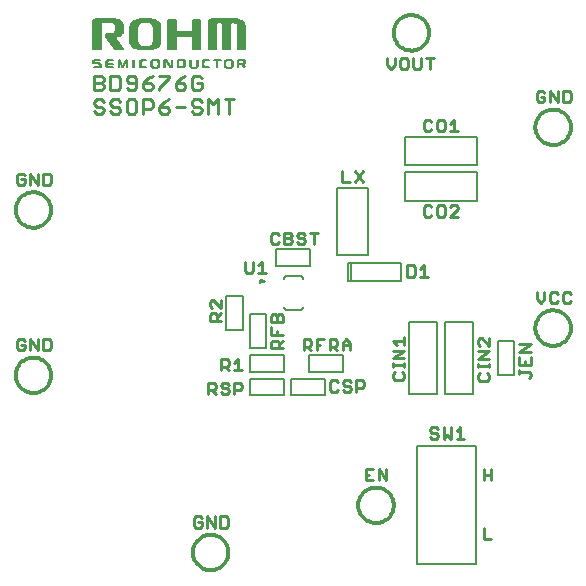
<source format=gto>
G75*
G70*
%OFA0B0*%
%FSLAX24Y24*%
%IPPOS*%
%LPD*%
%AMOC8*
5,1,8,0,0,1.08239X$1,22.5*
%
%ADD10C,0.0110*%
%ADD11C,0.0090*%
%ADD12C,0.0079*%
%ADD13C,0.0118*%
%ADD14C,0.0059*%
D10*
X003285Y015803D02*
X003205Y015883D01*
X003285Y015803D02*
X003445Y015803D01*
X003525Y015883D01*
X003525Y015963D01*
X003445Y016044D01*
X003285Y016044D01*
X003205Y016124D01*
X003205Y016204D01*
X003285Y016284D01*
X003445Y016284D01*
X003525Y016204D01*
X003748Y016204D02*
X003748Y016124D01*
X003829Y016044D01*
X003989Y016044D01*
X004069Y015963D01*
X004069Y015883D01*
X003989Y015803D01*
X003829Y015803D01*
X003748Y015883D01*
X003748Y016204D02*
X003829Y016284D01*
X003989Y016284D01*
X004069Y016204D01*
X004292Y016204D02*
X004292Y015883D01*
X004372Y015803D01*
X004533Y015803D01*
X004613Y015883D01*
X004613Y016204D01*
X004533Y016284D01*
X004372Y016284D01*
X004292Y016204D01*
X004372Y016590D02*
X004533Y016590D01*
X004613Y016671D01*
X004613Y016991D01*
X004533Y017071D01*
X004372Y017071D01*
X004292Y016991D01*
X004292Y016911D01*
X004372Y016831D01*
X004613Y016831D01*
X004836Y016831D02*
X004836Y016671D01*
X004916Y016590D01*
X005076Y016590D01*
X005156Y016671D01*
X005156Y016751D01*
X005076Y016831D01*
X004836Y016831D01*
X004996Y016991D01*
X005156Y017071D01*
X005380Y017071D02*
X005700Y017071D01*
X005700Y016991D01*
X005380Y016671D01*
X005380Y016590D01*
X005540Y016204D02*
X005380Y016044D01*
X005620Y016044D01*
X005700Y015963D01*
X005700Y015883D01*
X005620Y015803D01*
X005460Y015803D01*
X005380Y015883D01*
X005380Y016044D01*
X005156Y016044D02*
X005156Y016204D01*
X005076Y016284D01*
X004836Y016284D01*
X004836Y015803D01*
X004836Y015963D02*
X005076Y015963D01*
X005156Y016044D01*
X005540Y016204D02*
X005700Y016284D01*
X005923Y016044D02*
X006244Y016044D01*
X006467Y016124D02*
X006467Y016204D01*
X006547Y016284D01*
X006708Y016284D01*
X006788Y016204D01*
X006708Y016044D02*
X006547Y016044D01*
X006467Y016124D01*
X006467Y015883D02*
X006547Y015803D01*
X006708Y015803D01*
X006788Y015883D01*
X006788Y015963D01*
X006708Y016044D01*
X007011Y016284D02*
X007011Y015803D01*
X007331Y015803D02*
X007331Y016284D01*
X007171Y016124D01*
X007011Y016284D01*
X006708Y016590D02*
X006788Y016671D01*
X006788Y016831D01*
X006627Y016831D01*
X006467Y016991D02*
X006467Y016671D01*
X006547Y016590D01*
X006708Y016590D01*
X006788Y016991D02*
X006708Y017071D01*
X006547Y017071D01*
X006467Y016991D01*
X006244Y017071D02*
X006084Y016991D01*
X005923Y016831D01*
X006164Y016831D01*
X006244Y016751D01*
X006244Y016671D01*
X006164Y016590D01*
X006003Y016590D01*
X005923Y016671D01*
X005923Y016831D01*
X004372Y016590D02*
X004292Y016671D01*
X004069Y016671D02*
X004069Y016991D01*
X003989Y017071D01*
X003748Y017071D01*
X003748Y016590D01*
X003989Y016590D01*
X004069Y016671D01*
X003525Y016671D02*
X003445Y016590D01*
X003205Y016590D01*
X003205Y017071D01*
X003445Y017071D01*
X003525Y016991D01*
X003525Y016911D01*
X003445Y016831D01*
X003205Y016831D01*
X003445Y016831D02*
X003525Y016751D01*
X003525Y016671D01*
X007555Y016284D02*
X007875Y016284D01*
X007715Y016284D02*
X007715Y015803D01*
D11*
X006541Y002077D02*
X006605Y002014D01*
X006732Y002014D01*
X006796Y002077D01*
X006796Y002205D01*
X006669Y002205D01*
X006796Y002332D02*
X006732Y002396D01*
X006605Y002396D01*
X006541Y002332D01*
X006541Y002077D01*
X006976Y002014D02*
X006976Y002396D01*
X007231Y002014D01*
X007231Y002396D01*
X007411Y002396D02*
X007411Y002014D01*
X007602Y002014D01*
X007666Y002077D01*
X007666Y002332D01*
X007602Y002396D01*
X007411Y002396D01*
X007506Y006462D02*
X007443Y006526D01*
X007506Y006462D02*
X007634Y006462D01*
X007698Y006526D01*
X007698Y006590D01*
X007634Y006654D01*
X007506Y006654D01*
X007443Y006717D01*
X007443Y006781D01*
X007506Y006845D01*
X007634Y006845D01*
X007698Y006781D01*
X007878Y006845D02*
X008069Y006845D01*
X008133Y006781D01*
X008133Y006654D01*
X008069Y006590D01*
X007878Y006590D01*
X007878Y006462D02*
X007878Y006845D01*
X007878Y007250D02*
X008133Y007250D01*
X008005Y007250D02*
X008005Y007632D01*
X007878Y007505D01*
X007698Y007569D02*
X007698Y007441D01*
X007634Y007377D01*
X007443Y007377D01*
X007443Y007250D02*
X007443Y007632D01*
X007634Y007632D01*
X007698Y007569D01*
X007570Y007377D02*
X007698Y007250D01*
X007263Y006781D02*
X007263Y006654D01*
X007199Y006590D01*
X007008Y006590D01*
X007135Y006590D02*
X007263Y006462D01*
X007008Y006462D02*
X007008Y006845D01*
X007199Y006845D01*
X007263Y006781D01*
X009100Y007992D02*
X009100Y008183D01*
X009164Y008247D01*
X009291Y008247D01*
X009355Y008183D01*
X009355Y007992D01*
X009355Y008119D02*
X009483Y008247D01*
X009483Y008427D02*
X009100Y008427D01*
X009100Y008682D01*
X009100Y008862D02*
X009100Y009053D01*
X009164Y009117D01*
X009227Y009117D01*
X009291Y009053D01*
X009291Y008862D01*
X009100Y008862D02*
X009483Y008862D01*
X009483Y009053D01*
X009419Y009117D01*
X009355Y009117D01*
X009291Y009053D01*
X009291Y008554D02*
X009291Y008427D01*
X009483Y007992D02*
X009100Y007992D01*
X010183Y008047D02*
X010374Y008047D01*
X010438Y008110D01*
X010438Y008238D01*
X010374Y008302D01*
X010183Y008302D01*
X010183Y007919D01*
X010310Y008047D02*
X010438Y007919D01*
X010618Y007919D02*
X010618Y008302D01*
X010873Y008302D01*
X011053Y008302D02*
X011053Y007919D01*
X011053Y008047D02*
X011244Y008047D01*
X011308Y008110D01*
X011308Y008238D01*
X011244Y008302D01*
X011053Y008302D01*
X011180Y008047D02*
X011308Y007919D01*
X011488Y007919D02*
X011488Y008174D01*
X011615Y008302D01*
X011743Y008174D01*
X011743Y007919D01*
X011743Y008110D02*
X011488Y008110D01*
X010745Y008110D02*
X010618Y008110D01*
X011132Y006924D02*
X011069Y006860D01*
X011069Y006605D01*
X011132Y006541D01*
X011260Y006541D01*
X011324Y006605D01*
X011504Y006605D02*
X011567Y006541D01*
X011695Y006541D01*
X011759Y006605D01*
X011759Y006669D01*
X011695Y006732D01*
X011567Y006732D01*
X011504Y006796D01*
X011504Y006860D01*
X011567Y006924D01*
X011695Y006924D01*
X011759Y006860D01*
X011939Y006924D02*
X011939Y006541D01*
X011939Y006669D02*
X012130Y006669D01*
X012194Y006732D01*
X012194Y006860D01*
X012130Y006924D01*
X011939Y006924D01*
X011324Y006860D02*
X011260Y006924D01*
X011132Y006924D01*
X013155Y006999D02*
X013219Y006935D01*
X013474Y006935D01*
X013538Y006999D01*
X013538Y007126D01*
X013474Y007190D01*
X013538Y007370D02*
X013538Y007497D01*
X013538Y007434D02*
X013155Y007434D01*
X013155Y007497D02*
X013155Y007370D01*
X013219Y007190D02*
X013155Y007126D01*
X013155Y006999D01*
X013155Y007660D02*
X013538Y007915D01*
X013155Y007915D01*
X013283Y008095D02*
X013155Y008222D01*
X013538Y008222D01*
X013538Y008095D02*
X013538Y008350D01*
X013538Y007660D02*
X013155Y007660D01*
X014479Y005349D02*
X014415Y005285D01*
X014415Y005221D01*
X014479Y005158D01*
X014606Y005158D01*
X014670Y005094D01*
X014670Y005030D01*
X014606Y004966D01*
X014479Y004966D01*
X014415Y005030D01*
X014479Y005349D02*
X014606Y005349D01*
X014670Y005285D01*
X014850Y005349D02*
X014850Y004966D01*
X014978Y005094D01*
X015105Y004966D01*
X015105Y005349D01*
X015285Y005221D02*
X015413Y005349D01*
X015413Y004966D01*
X015540Y004966D02*
X015285Y004966D01*
X016187Y003971D02*
X016187Y003588D01*
X016187Y003780D02*
X016442Y003780D01*
X016442Y003971D02*
X016442Y003588D01*
X016187Y002003D02*
X016187Y001620D01*
X016442Y001620D01*
X012940Y003588D02*
X012940Y003971D01*
X012685Y003971D02*
X012685Y003588D01*
X012505Y003588D02*
X012250Y003588D01*
X012250Y003971D01*
X012505Y003971D01*
X012685Y003971D02*
X012940Y003588D01*
X012377Y003780D02*
X012250Y003780D01*
X015990Y006978D02*
X016053Y006915D01*
X016309Y006915D01*
X016372Y006978D01*
X016372Y007106D01*
X016309Y007170D01*
X016372Y007350D02*
X016372Y007477D01*
X016372Y007413D02*
X015990Y007413D01*
X015990Y007350D02*
X015990Y007477D01*
X015990Y007640D02*
X016372Y007895D01*
X015990Y007895D01*
X016053Y008075D02*
X015990Y008138D01*
X015990Y008266D01*
X016053Y008330D01*
X016117Y008330D01*
X016372Y008075D01*
X016372Y008330D01*
X016372Y007640D02*
X015990Y007640D01*
X016053Y007170D02*
X015990Y007106D01*
X015990Y006978D01*
X017368Y007135D02*
X017368Y007263D01*
X017368Y007199D02*
X017686Y007199D01*
X017750Y007135D01*
X017750Y007071D01*
X017686Y007008D01*
X017750Y007443D02*
X017368Y007443D01*
X017368Y007698D01*
X017368Y007878D02*
X017750Y008133D01*
X017368Y008133D01*
X017368Y007878D02*
X017750Y007878D01*
X017750Y007698D02*
X017750Y007443D01*
X017559Y007443D02*
X017559Y007570D01*
X018086Y009494D02*
X017958Y009621D01*
X017958Y009877D01*
X018214Y009877D02*
X018214Y009621D01*
X018086Y009494D01*
X018393Y009558D02*
X018393Y009813D01*
X018457Y009877D01*
X018585Y009877D01*
X018649Y009813D01*
X018828Y009813D02*
X018828Y009558D01*
X018892Y009494D01*
X019020Y009494D01*
X019084Y009558D01*
X019084Y009813D02*
X019020Y009877D01*
X018892Y009877D01*
X018828Y009813D01*
X018649Y009558D02*
X018585Y009494D01*
X018457Y009494D01*
X018393Y009558D01*
X015318Y012368D02*
X015063Y012368D01*
X015318Y012623D01*
X015318Y012687D01*
X015254Y012751D01*
X015126Y012751D01*
X015063Y012687D01*
X014883Y012687D02*
X014819Y012751D01*
X014691Y012751D01*
X014628Y012687D01*
X014628Y012432D01*
X014691Y012368D01*
X014819Y012368D01*
X014883Y012432D01*
X014883Y012687D01*
X014448Y012687D02*
X014384Y012751D01*
X014256Y012751D01*
X014193Y012687D01*
X014193Y012432D01*
X014256Y012368D01*
X014384Y012368D01*
X014448Y012432D01*
X014190Y010762D02*
X014190Y010380D01*
X014063Y010380D02*
X014318Y010380D01*
X014063Y010635D02*
X014190Y010762D01*
X013883Y010699D02*
X013883Y010443D01*
X013819Y010380D01*
X013628Y010380D01*
X013628Y010762D01*
X013819Y010762D01*
X013883Y010699D01*
X012152Y013529D02*
X011897Y013912D01*
X012152Y013912D02*
X011897Y013529D01*
X011717Y013529D02*
X011462Y013529D01*
X011462Y013912D01*
X010660Y011845D02*
X010405Y011845D01*
X010533Y011845D02*
X010533Y011462D01*
X010225Y011526D02*
X010161Y011462D01*
X010034Y011462D01*
X009970Y011526D01*
X010034Y011654D02*
X010161Y011654D01*
X010225Y011590D01*
X010225Y011526D01*
X010034Y011654D02*
X009970Y011717D01*
X009970Y011781D01*
X010034Y011845D01*
X010161Y011845D01*
X010225Y011781D01*
X009790Y011781D02*
X009790Y011717D01*
X009726Y011654D01*
X009535Y011654D01*
X009535Y011845D02*
X009726Y011845D01*
X009790Y011781D01*
X009726Y011654D02*
X009790Y011590D01*
X009790Y011526D01*
X009726Y011462D01*
X009535Y011462D01*
X009535Y011845D01*
X009355Y011781D02*
X009291Y011845D01*
X009164Y011845D01*
X009100Y011781D01*
X009100Y011526D01*
X009164Y011462D01*
X009291Y011462D01*
X009355Y011526D01*
X008793Y010881D02*
X008793Y010498D01*
X008920Y010498D02*
X008665Y010498D01*
X008485Y010562D02*
X008421Y010498D01*
X008294Y010498D01*
X008230Y010562D01*
X008230Y010881D01*
X008485Y010881D02*
X008485Y010562D01*
X008665Y010753D02*
X008793Y010881D01*
X007435Y009593D02*
X007435Y009338D01*
X007180Y009593D01*
X007116Y009593D01*
X007053Y009530D01*
X007053Y009402D01*
X007116Y009338D01*
X007116Y009158D02*
X007244Y009158D01*
X007308Y009095D01*
X007308Y008903D01*
X007435Y008903D02*
X007053Y008903D01*
X007053Y009095D01*
X007116Y009158D01*
X007308Y009031D02*
X007435Y009158D01*
X001761Y008238D02*
X001761Y007983D01*
X001697Y007919D01*
X001506Y007919D01*
X001506Y008302D01*
X001697Y008302D01*
X001761Y008238D01*
X001326Y008302D02*
X001326Y007919D01*
X001071Y008302D01*
X001071Y007919D01*
X000891Y007983D02*
X000891Y008110D01*
X000763Y008110D01*
X000636Y007983D02*
X000636Y008238D01*
X000699Y008302D01*
X000827Y008302D01*
X000891Y008238D01*
X000891Y007983D02*
X000827Y007919D01*
X000699Y007919D01*
X000636Y007983D01*
X000699Y013431D02*
X000827Y013431D01*
X000891Y013495D01*
X000891Y013622D01*
X000763Y013622D01*
X000636Y013495D02*
X000699Y013431D01*
X000636Y013495D02*
X000636Y013750D01*
X000699Y013814D01*
X000827Y013814D01*
X000891Y013750D01*
X001071Y013814D02*
X001326Y013431D01*
X001326Y013814D01*
X001506Y013814D02*
X001697Y013814D01*
X001761Y013750D01*
X001761Y013495D01*
X001697Y013431D01*
X001506Y013431D01*
X001506Y013814D01*
X001071Y013814D02*
X001071Y013431D01*
X012970Y017417D02*
X013098Y017289D01*
X013225Y017417D01*
X013225Y017672D01*
X013405Y017608D02*
X013405Y017353D01*
X013469Y017289D01*
X013597Y017289D01*
X013660Y017353D01*
X013660Y017608D01*
X013597Y017672D01*
X013469Y017672D01*
X013405Y017608D01*
X012970Y017672D02*
X012970Y017417D01*
X013840Y017353D02*
X013904Y017289D01*
X014032Y017289D01*
X014095Y017353D01*
X014095Y017672D01*
X014275Y017672D02*
X014530Y017672D01*
X014403Y017672D02*
X014403Y017289D01*
X013840Y017353D02*
X013840Y017672D01*
X014256Y015605D02*
X014193Y015541D01*
X014193Y015286D01*
X014256Y015222D01*
X014384Y015222D01*
X014448Y015286D01*
X014628Y015286D02*
X014628Y015541D01*
X014691Y015605D01*
X014819Y015605D01*
X014883Y015541D01*
X014883Y015286D01*
X014819Y015222D01*
X014691Y015222D01*
X014628Y015286D01*
X014448Y015541D02*
X014384Y015605D01*
X014256Y015605D01*
X015063Y015477D02*
X015190Y015605D01*
X015190Y015222D01*
X015063Y015222D02*
X015318Y015222D01*
X017958Y016251D02*
X018022Y016187D01*
X018150Y016187D01*
X018214Y016251D01*
X018214Y016378D01*
X018086Y016378D01*
X017958Y016251D02*
X017958Y016506D01*
X018022Y016569D01*
X018150Y016569D01*
X018214Y016506D01*
X018393Y016569D02*
X018649Y016187D01*
X018649Y016569D01*
X018828Y016569D02*
X019020Y016569D01*
X019084Y016506D01*
X019084Y016251D01*
X019020Y016187D01*
X018828Y016187D01*
X018828Y016569D01*
X018393Y016569D02*
X018393Y016187D01*
D12*
X015965Y015039D02*
X015965Y014094D01*
X013563Y014094D01*
X013563Y015039D01*
X015965Y015039D01*
X015965Y013858D02*
X013563Y013858D01*
X013563Y012913D01*
X015965Y012913D01*
X015965Y013858D01*
X013445Y010846D02*
X011752Y010846D01*
X011673Y010846D01*
X011673Y010217D01*
X011752Y010217D01*
X013445Y010217D01*
X013445Y010846D01*
X012323Y011083D02*
X012323Y013327D01*
X011299Y013327D01*
X011299Y011083D01*
X012323Y011083D01*
X011752Y010846D02*
X011752Y010217D01*
X010413Y010748D02*
X010413Y011299D01*
X009272Y011299D01*
X009272Y010748D01*
X010413Y010748D01*
X010059Y010413D02*
X009626Y010413D01*
X009609Y010412D01*
X009592Y010407D01*
X009577Y010400D01*
X009563Y010390D01*
X009551Y010378D01*
X009541Y010364D01*
X009534Y010349D01*
X009529Y010332D01*
X009528Y010315D01*
X010059Y010413D02*
X010076Y010412D01*
X010093Y010407D01*
X010108Y010400D01*
X010122Y010390D01*
X010134Y010378D01*
X010144Y010364D01*
X010151Y010349D01*
X010156Y010332D01*
X010157Y010315D01*
X010157Y009370D02*
X010156Y009353D01*
X010151Y009336D01*
X010144Y009321D01*
X010134Y009307D01*
X010122Y009295D01*
X010108Y009285D01*
X010093Y009278D01*
X010076Y009273D01*
X010059Y009272D01*
X009626Y009272D01*
X009609Y009273D01*
X009592Y009278D01*
X009577Y009285D01*
X009563Y009295D01*
X009551Y009307D01*
X009541Y009321D01*
X009534Y009336D01*
X009529Y009353D01*
X009528Y009370D01*
X008937Y009134D02*
X008386Y009134D01*
X008386Y007992D01*
X008937Y007992D01*
X008937Y009134D01*
X008150Y008583D02*
X008150Y009724D01*
X007598Y009724D01*
X007598Y008583D01*
X008150Y008583D01*
X008386Y007756D02*
X008386Y007205D01*
X009528Y007205D01*
X009528Y007756D01*
X008386Y007756D01*
X008386Y006969D02*
X008386Y006417D01*
X009528Y006417D01*
X009528Y006969D01*
X008386Y006969D01*
X009764Y006969D02*
X009764Y006417D01*
X010906Y006417D01*
X010906Y006969D01*
X009764Y006969D01*
X010354Y007205D02*
X011496Y007205D01*
X011496Y007756D01*
X010354Y007756D01*
X010354Y007205D01*
X008907Y010217D02*
X008730Y010157D01*
X008730Y010276D01*
X008907Y010217D01*
X008862Y010201D02*
X008730Y010201D01*
X013701Y008878D02*
X013701Y006476D01*
X014646Y006476D01*
X014646Y008878D01*
X013701Y008878D01*
X014882Y008878D02*
X014882Y006476D01*
X015827Y006476D01*
X015827Y008878D01*
X014882Y008878D01*
X016654Y008248D02*
X016654Y007106D01*
X017205Y007106D01*
X017205Y008248D01*
X016654Y008248D01*
X015945Y004724D02*
X013976Y004724D01*
X013976Y000787D01*
X015945Y000787D01*
X015945Y004724D01*
D13*
X012007Y002756D02*
X012009Y002804D01*
X012015Y002852D01*
X012025Y002899D01*
X012038Y002945D01*
X012056Y002990D01*
X012076Y003034D01*
X012101Y003076D01*
X012129Y003115D01*
X012159Y003152D01*
X012193Y003186D01*
X012230Y003218D01*
X012268Y003247D01*
X012309Y003272D01*
X012352Y003294D01*
X012397Y003312D01*
X012443Y003326D01*
X012490Y003337D01*
X012538Y003344D01*
X012586Y003347D01*
X012634Y003346D01*
X012682Y003341D01*
X012730Y003332D01*
X012776Y003320D01*
X012821Y003303D01*
X012865Y003283D01*
X012907Y003260D01*
X012947Y003233D01*
X012985Y003203D01*
X013020Y003170D01*
X013052Y003134D01*
X013082Y003096D01*
X013108Y003055D01*
X013130Y003012D01*
X013150Y002968D01*
X013165Y002923D01*
X013177Y002876D01*
X013185Y002828D01*
X013189Y002780D01*
X013189Y002732D01*
X013185Y002684D01*
X013177Y002636D01*
X013165Y002589D01*
X013150Y002544D01*
X013130Y002500D01*
X013108Y002457D01*
X013082Y002416D01*
X013052Y002378D01*
X013020Y002342D01*
X012985Y002309D01*
X012947Y002279D01*
X012907Y002252D01*
X012865Y002229D01*
X012821Y002209D01*
X012776Y002192D01*
X012730Y002180D01*
X012682Y002171D01*
X012634Y002166D01*
X012586Y002165D01*
X012538Y002168D01*
X012490Y002175D01*
X012443Y002186D01*
X012397Y002200D01*
X012352Y002218D01*
X012309Y002240D01*
X012268Y002265D01*
X012230Y002294D01*
X012193Y002326D01*
X012159Y002360D01*
X012129Y002397D01*
X012101Y002436D01*
X012076Y002478D01*
X012056Y002522D01*
X012038Y002567D01*
X012025Y002613D01*
X012015Y002660D01*
X012009Y002708D01*
X012007Y002756D01*
X006496Y001181D02*
X006498Y001229D01*
X006504Y001277D01*
X006514Y001324D01*
X006527Y001370D01*
X006545Y001415D01*
X006565Y001459D01*
X006590Y001501D01*
X006618Y001540D01*
X006648Y001577D01*
X006682Y001611D01*
X006719Y001643D01*
X006757Y001672D01*
X006798Y001697D01*
X006841Y001719D01*
X006886Y001737D01*
X006932Y001751D01*
X006979Y001762D01*
X007027Y001769D01*
X007075Y001772D01*
X007123Y001771D01*
X007171Y001766D01*
X007219Y001757D01*
X007265Y001745D01*
X007310Y001728D01*
X007354Y001708D01*
X007396Y001685D01*
X007436Y001658D01*
X007474Y001628D01*
X007509Y001595D01*
X007541Y001559D01*
X007571Y001521D01*
X007597Y001480D01*
X007619Y001437D01*
X007639Y001393D01*
X007654Y001348D01*
X007666Y001301D01*
X007674Y001253D01*
X007678Y001205D01*
X007678Y001157D01*
X007674Y001109D01*
X007666Y001061D01*
X007654Y001014D01*
X007639Y000969D01*
X007619Y000925D01*
X007597Y000882D01*
X007571Y000841D01*
X007541Y000803D01*
X007509Y000767D01*
X007474Y000734D01*
X007436Y000704D01*
X007396Y000677D01*
X007354Y000654D01*
X007310Y000634D01*
X007265Y000617D01*
X007219Y000605D01*
X007171Y000596D01*
X007123Y000591D01*
X007075Y000590D01*
X007027Y000593D01*
X006979Y000600D01*
X006932Y000611D01*
X006886Y000625D01*
X006841Y000643D01*
X006798Y000665D01*
X006757Y000690D01*
X006719Y000719D01*
X006682Y000751D01*
X006648Y000785D01*
X006618Y000822D01*
X006590Y000861D01*
X006565Y000903D01*
X006545Y000947D01*
X006527Y000992D01*
X006514Y001038D01*
X006504Y001085D01*
X006498Y001133D01*
X006496Y001181D01*
X000590Y007087D02*
X000592Y007135D01*
X000598Y007183D01*
X000608Y007230D01*
X000621Y007276D01*
X000639Y007321D01*
X000659Y007365D01*
X000684Y007407D01*
X000712Y007446D01*
X000742Y007483D01*
X000776Y007517D01*
X000813Y007549D01*
X000851Y007578D01*
X000892Y007603D01*
X000935Y007625D01*
X000980Y007643D01*
X001026Y007657D01*
X001073Y007668D01*
X001121Y007675D01*
X001169Y007678D01*
X001217Y007677D01*
X001265Y007672D01*
X001313Y007663D01*
X001359Y007651D01*
X001404Y007634D01*
X001448Y007614D01*
X001490Y007591D01*
X001530Y007564D01*
X001568Y007534D01*
X001603Y007501D01*
X001635Y007465D01*
X001665Y007427D01*
X001691Y007386D01*
X001713Y007343D01*
X001733Y007299D01*
X001748Y007254D01*
X001760Y007207D01*
X001768Y007159D01*
X001772Y007111D01*
X001772Y007063D01*
X001768Y007015D01*
X001760Y006967D01*
X001748Y006920D01*
X001733Y006875D01*
X001713Y006831D01*
X001691Y006788D01*
X001665Y006747D01*
X001635Y006709D01*
X001603Y006673D01*
X001568Y006640D01*
X001530Y006610D01*
X001490Y006583D01*
X001448Y006560D01*
X001404Y006540D01*
X001359Y006523D01*
X001313Y006511D01*
X001265Y006502D01*
X001217Y006497D01*
X001169Y006496D01*
X001121Y006499D01*
X001073Y006506D01*
X001026Y006517D01*
X000980Y006531D01*
X000935Y006549D01*
X000892Y006571D01*
X000851Y006596D01*
X000813Y006625D01*
X000776Y006657D01*
X000742Y006691D01*
X000712Y006728D01*
X000684Y006767D01*
X000659Y006809D01*
X000639Y006853D01*
X000621Y006898D01*
X000608Y006944D01*
X000598Y006991D01*
X000592Y007039D01*
X000590Y007087D01*
X000590Y012598D02*
X000592Y012646D01*
X000598Y012694D01*
X000608Y012741D01*
X000621Y012787D01*
X000639Y012832D01*
X000659Y012876D01*
X000684Y012918D01*
X000712Y012957D01*
X000742Y012994D01*
X000776Y013028D01*
X000813Y013060D01*
X000851Y013089D01*
X000892Y013114D01*
X000935Y013136D01*
X000980Y013154D01*
X001026Y013168D01*
X001073Y013179D01*
X001121Y013186D01*
X001169Y013189D01*
X001217Y013188D01*
X001265Y013183D01*
X001313Y013174D01*
X001359Y013162D01*
X001404Y013145D01*
X001448Y013125D01*
X001490Y013102D01*
X001530Y013075D01*
X001568Y013045D01*
X001603Y013012D01*
X001635Y012976D01*
X001665Y012938D01*
X001691Y012897D01*
X001713Y012854D01*
X001733Y012810D01*
X001748Y012765D01*
X001760Y012718D01*
X001768Y012670D01*
X001772Y012622D01*
X001772Y012574D01*
X001768Y012526D01*
X001760Y012478D01*
X001748Y012431D01*
X001733Y012386D01*
X001713Y012342D01*
X001691Y012299D01*
X001665Y012258D01*
X001635Y012220D01*
X001603Y012184D01*
X001568Y012151D01*
X001530Y012121D01*
X001490Y012094D01*
X001448Y012071D01*
X001404Y012051D01*
X001359Y012034D01*
X001313Y012022D01*
X001265Y012013D01*
X001217Y012008D01*
X001169Y012007D01*
X001121Y012010D01*
X001073Y012017D01*
X001026Y012028D01*
X000980Y012042D01*
X000935Y012060D01*
X000892Y012082D01*
X000851Y012107D01*
X000813Y012136D01*
X000776Y012168D01*
X000742Y012202D01*
X000712Y012239D01*
X000684Y012278D01*
X000659Y012320D01*
X000639Y012364D01*
X000621Y012409D01*
X000608Y012455D01*
X000598Y012502D01*
X000592Y012550D01*
X000590Y012598D01*
X013189Y018504D02*
X013191Y018552D01*
X013197Y018600D01*
X013207Y018647D01*
X013220Y018693D01*
X013238Y018738D01*
X013258Y018782D01*
X013283Y018824D01*
X013311Y018863D01*
X013341Y018900D01*
X013375Y018934D01*
X013412Y018966D01*
X013450Y018995D01*
X013491Y019020D01*
X013534Y019042D01*
X013579Y019060D01*
X013625Y019074D01*
X013672Y019085D01*
X013720Y019092D01*
X013768Y019095D01*
X013816Y019094D01*
X013864Y019089D01*
X013912Y019080D01*
X013958Y019068D01*
X014003Y019051D01*
X014047Y019031D01*
X014089Y019008D01*
X014129Y018981D01*
X014167Y018951D01*
X014202Y018918D01*
X014234Y018882D01*
X014264Y018844D01*
X014290Y018803D01*
X014312Y018760D01*
X014332Y018716D01*
X014347Y018671D01*
X014359Y018624D01*
X014367Y018576D01*
X014371Y018528D01*
X014371Y018480D01*
X014367Y018432D01*
X014359Y018384D01*
X014347Y018337D01*
X014332Y018292D01*
X014312Y018248D01*
X014290Y018205D01*
X014264Y018164D01*
X014234Y018126D01*
X014202Y018090D01*
X014167Y018057D01*
X014129Y018027D01*
X014089Y018000D01*
X014047Y017977D01*
X014003Y017957D01*
X013958Y017940D01*
X013912Y017928D01*
X013864Y017919D01*
X013816Y017914D01*
X013768Y017913D01*
X013720Y017916D01*
X013672Y017923D01*
X013625Y017934D01*
X013579Y017948D01*
X013534Y017966D01*
X013491Y017988D01*
X013450Y018013D01*
X013412Y018042D01*
X013375Y018074D01*
X013341Y018108D01*
X013311Y018145D01*
X013283Y018184D01*
X013258Y018226D01*
X013238Y018270D01*
X013220Y018315D01*
X013207Y018361D01*
X013197Y018408D01*
X013191Y018456D01*
X013189Y018504D01*
X017913Y015354D02*
X017915Y015402D01*
X017921Y015450D01*
X017931Y015497D01*
X017944Y015543D01*
X017962Y015588D01*
X017982Y015632D01*
X018007Y015674D01*
X018035Y015713D01*
X018065Y015750D01*
X018099Y015784D01*
X018136Y015816D01*
X018174Y015845D01*
X018215Y015870D01*
X018258Y015892D01*
X018303Y015910D01*
X018349Y015924D01*
X018396Y015935D01*
X018444Y015942D01*
X018492Y015945D01*
X018540Y015944D01*
X018588Y015939D01*
X018636Y015930D01*
X018682Y015918D01*
X018727Y015901D01*
X018771Y015881D01*
X018813Y015858D01*
X018853Y015831D01*
X018891Y015801D01*
X018926Y015768D01*
X018958Y015732D01*
X018988Y015694D01*
X019014Y015653D01*
X019036Y015610D01*
X019056Y015566D01*
X019071Y015521D01*
X019083Y015474D01*
X019091Y015426D01*
X019095Y015378D01*
X019095Y015330D01*
X019091Y015282D01*
X019083Y015234D01*
X019071Y015187D01*
X019056Y015142D01*
X019036Y015098D01*
X019014Y015055D01*
X018988Y015014D01*
X018958Y014976D01*
X018926Y014940D01*
X018891Y014907D01*
X018853Y014877D01*
X018813Y014850D01*
X018771Y014827D01*
X018727Y014807D01*
X018682Y014790D01*
X018636Y014778D01*
X018588Y014769D01*
X018540Y014764D01*
X018492Y014763D01*
X018444Y014766D01*
X018396Y014773D01*
X018349Y014784D01*
X018303Y014798D01*
X018258Y014816D01*
X018215Y014838D01*
X018174Y014863D01*
X018136Y014892D01*
X018099Y014924D01*
X018065Y014958D01*
X018035Y014995D01*
X018007Y015034D01*
X017982Y015076D01*
X017962Y015120D01*
X017944Y015165D01*
X017931Y015211D01*
X017921Y015258D01*
X017915Y015306D01*
X017913Y015354D01*
X017913Y008661D02*
X017915Y008709D01*
X017921Y008757D01*
X017931Y008804D01*
X017944Y008850D01*
X017962Y008895D01*
X017982Y008939D01*
X018007Y008981D01*
X018035Y009020D01*
X018065Y009057D01*
X018099Y009091D01*
X018136Y009123D01*
X018174Y009152D01*
X018215Y009177D01*
X018258Y009199D01*
X018303Y009217D01*
X018349Y009231D01*
X018396Y009242D01*
X018444Y009249D01*
X018492Y009252D01*
X018540Y009251D01*
X018588Y009246D01*
X018636Y009237D01*
X018682Y009225D01*
X018727Y009208D01*
X018771Y009188D01*
X018813Y009165D01*
X018853Y009138D01*
X018891Y009108D01*
X018926Y009075D01*
X018958Y009039D01*
X018988Y009001D01*
X019014Y008960D01*
X019036Y008917D01*
X019056Y008873D01*
X019071Y008828D01*
X019083Y008781D01*
X019091Y008733D01*
X019095Y008685D01*
X019095Y008637D01*
X019091Y008589D01*
X019083Y008541D01*
X019071Y008494D01*
X019056Y008449D01*
X019036Y008405D01*
X019014Y008362D01*
X018988Y008321D01*
X018958Y008283D01*
X018926Y008247D01*
X018891Y008214D01*
X018853Y008184D01*
X018813Y008157D01*
X018771Y008134D01*
X018727Y008114D01*
X018682Y008097D01*
X018636Y008085D01*
X018588Y008076D01*
X018540Y008071D01*
X018492Y008070D01*
X018444Y008073D01*
X018396Y008080D01*
X018349Y008091D01*
X018303Y008105D01*
X018258Y008123D01*
X018215Y008145D01*
X018174Y008170D01*
X018136Y008199D01*
X018099Y008231D01*
X018065Y008265D01*
X018035Y008302D01*
X018007Y008341D01*
X017982Y008383D01*
X017962Y008427D01*
X017944Y008472D01*
X017931Y008518D01*
X017921Y008565D01*
X017915Y008613D01*
X017913Y008661D01*
D14*
X008228Y017352D02*
X008140Y017470D01*
X008134Y017470D01*
X008144Y017470D01*
X008140Y017470D02*
X008180Y017470D01*
X008134Y017470D02*
X008116Y017470D01*
X008205Y017352D01*
X008116Y017470D02*
X007986Y017470D01*
X007986Y017600D01*
X007998Y017600D01*
X007998Y017352D01*
X007986Y017352D02*
X007986Y017470D01*
X007998Y017600D02*
X008116Y017600D01*
X008147Y017600D01*
X008116Y017600D02*
X008178Y017600D01*
X008190Y017599D01*
X008202Y017594D01*
X008213Y017588D01*
X008222Y017579D01*
X008228Y017568D01*
X008233Y017556D01*
X008234Y017544D01*
X008234Y017525D01*
X008233Y017513D01*
X008229Y017502D01*
X008222Y017491D01*
X008214Y017483D01*
X008203Y017476D01*
X008192Y017472D01*
X008180Y017471D01*
X008211Y017537D02*
X008209Y017551D01*
X008205Y017565D01*
X008197Y017577D01*
X008187Y017587D01*
X008175Y017595D01*
X008161Y017599D01*
X008147Y017601D01*
X008210Y017537D02*
X008208Y017522D01*
X008203Y017508D01*
X008196Y017496D01*
X008185Y017485D01*
X008173Y017478D01*
X008159Y017473D01*
X008144Y017471D01*
X007833Y017449D02*
X007833Y017500D01*
X007809Y017504D02*
X007809Y017444D01*
X007833Y017449D02*
X007831Y017430D01*
X007826Y017412D01*
X007818Y017395D01*
X007808Y017379D01*
X007794Y017365D01*
X007778Y017355D01*
X007761Y017347D01*
X007743Y017342D01*
X007724Y017340D01*
X007724Y017341D02*
X007673Y017341D01*
X007706Y017341D01*
X007673Y017341D02*
X007660Y017341D01*
X007673Y017341D02*
X007656Y017343D01*
X007639Y017347D01*
X007623Y017354D01*
X007609Y017364D01*
X007596Y017377D01*
X007586Y017391D01*
X007579Y017407D01*
X007575Y017424D01*
X007573Y017441D01*
X007573Y017506D01*
X007549Y017504D02*
X007549Y017451D01*
X007551Y017432D01*
X007556Y017413D01*
X007564Y017396D01*
X007575Y017380D01*
X007589Y017366D01*
X007604Y017355D01*
X007622Y017347D01*
X007641Y017342D01*
X007660Y017340D01*
X007706Y017341D02*
X007724Y017343D01*
X007741Y017347D01*
X007757Y017355D01*
X007772Y017365D01*
X007785Y017378D01*
X007795Y017392D01*
X007803Y017409D01*
X007807Y017426D01*
X007809Y017444D01*
X007833Y017500D02*
X007831Y017519D01*
X007826Y017538D01*
X007818Y017556D01*
X007807Y017572D01*
X007793Y017586D01*
X007777Y017597D01*
X007759Y017605D01*
X007740Y017610D01*
X007721Y017612D01*
X007679Y017612D01*
X007701Y017612D01*
X007679Y017612D02*
X007658Y017612D01*
X007679Y017612D02*
X007661Y017610D01*
X007643Y017606D01*
X007626Y017598D01*
X007611Y017587D01*
X007598Y017574D01*
X007587Y017559D01*
X007579Y017542D01*
X007575Y017524D01*
X007573Y017506D01*
X007549Y017504D02*
X007551Y017523D01*
X007556Y017541D01*
X007564Y017559D01*
X007575Y017574D01*
X007588Y017587D01*
X007604Y017598D01*
X007621Y017606D01*
X007639Y017611D01*
X007658Y017613D01*
X007701Y017612D02*
X007720Y017610D01*
X007738Y017605D01*
X007755Y017598D01*
X007770Y017587D01*
X007784Y017573D01*
X007795Y017558D01*
X007802Y017541D01*
X007807Y017523D01*
X007809Y017504D01*
X007419Y017600D02*
X007313Y017600D01*
X007313Y017352D01*
X007301Y017352D01*
X007301Y017600D01*
X007313Y017600D01*
X007301Y017600D02*
X007183Y017600D01*
X007030Y017600D02*
X006947Y017600D01*
X006891Y017600D01*
X006875Y017598D01*
X006859Y017593D01*
X006845Y017584D01*
X006833Y017572D01*
X006824Y017558D01*
X006819Y017542D01*
X006817Y017526D01*
X006817Y017428D01*
X006841Y017465D02*
X006841Y017488D01*
X006817Y017428D02*
X006818Y017413D01*
X006823Y017399D01*
X006830Y017386D01*
X006839Y017374D01*
X006851Y017365D01*
X006864Y017358D01*
X006878Y017353D01*
X006893Y017352D01*
X006947Y017352D01*
X007030Y017352D01*
X006947Y017353D02*
X006928Y017355D01*
X006910Y017361D01*
X006893Y017369D01*
X006878Y017380D01*
X006865Y017394D01*
X006854Y017410D01*
X006847Y017428D01*
X006842Y017446D01*
X006841Y017465D01*
X006841Y017488D02*
X006842Y017507D01*
X006847Y017525D01*
X006854Y017543D01*
X006865Y017559D01*
X006878Y017573D01*
X006893Y017584D01*
X006910Y017592D01*
X006928Y017598D01*
X006947Y017600D01*
X006652Y017600D02*
X006652Y017411D01*
X006640Y017423D02*
X006640Y017600D01*
X006640Y017423D02*
X006638Y017406D01*
X006632Y017390D01*
X006624Y017376D01*
X006613Y017363D01*
X006599Y017353D01*
X006584Y017345D01*
X006568Y017341D01*
X006551Y017340D01*
X006551Y017341D02*
X006515Y017341D01*
X006551Y017341D02*
X006581Y017341D01*
X006551Y017341D02*
X006478Y017341D01*
X006464Y017342D01*
X006450Y017347D01*
X006437Y017353D01*
X006426Y017363D01*
X006416Y017374D01*
X006410Y017387D01*
X006405Y017401D01*
X006404Y017415D01*
X006404Y017600D01*
X006427Y017600D02*
X006427Y017428D01*
X006429Y017411D01*
X006434Y017394D01*
X006442Y017379D01*
X006453Y017366D01*
X006466Y017355D01*
X006481Y017347D01*
X006498Y017342D01*
X006515Y017340D01*
X006581Y017340D02*
X006597Y017342D01*
X006612Y017347D01*
X006625Y017355D01*
X006637Y017367D01*
X006645Y017380D01*
X006650Y017395D01*
X006652Y017411D01*
X006238Y017442D02*
X006238Y017517D01*
X006215Y017504D02*
X006215Y017456D01*
X006238Y017442D02*
X006236Y017425D01*
X006231Y017408D01*
X006223Y017393D01*
X006212Y017379D01*
X006198Y017368D01*
X006183Y017360D01*
X006166Y017355D01*
X006149Y017353D01*
X006149Y017352D02*
X006111Y017352D01*
X005990Y017352D01*
X005990Y017612D01*
X006002Y017612D01*
X006112Y017612D01*
X006143Y017612D01*
X006162Y017610D01*
X006179Y017605D01*
X006196Y017596D01*
X006210Y017584D01*
X006222Y017570D01*
X006231Y017553D01*
X006236Y017536D01*
X006238Y017517D01*
X006214Y017504D02*
X006213Y017522D01*
X006209Y017540D01*
X006201Y017557D01*
X006191Y017572D01*
X006179Y017586D01*
X006164Y017596D01*
X006148Y017605D01*
X006130Y017610D01*
X006112Y017612D01*
X006002Y017612D02*
X006002Y017352D01*
X006111Y017352D02*
X006129Y017354D01*
X006147Y017358D01*
X006163Y017366D01*
X006178Y017376D01*
X006191Y017389D01*
X006201Y017404D01*
X006209Y017420D01*
X006213Y017438D01*
X006215Y017456D01*
X005801Y017352D02*
X005801Y017600D01*
X005789Y017600D01*
X005789Y017352D01*
X005801Y017352D01*
X005789Y017352D02*
X005754Y017352D01*
X005600Y017600D01*
X005589Y017600D02*
X005742Y017352D01*
X005754Y017352D01*
X005553Y017352D02*
X005553Y017600D01*
X005589Y017600D01*
X005553Y017600D02*
X005541Y017600D01*
X005541Y017352D01*
X005376Y017449D02*
X005376Y017500D01*
X005352Y017504D02*
X005352Y017444D01*
X005376Y017449D02*
X005374Y017430D01*
X005369Y017412D01*
X005361Y017395D01*
X005351Y017379D01*
X005337Y017365D01*
X005321Y017355D01*
X005304Y017347D01*
X005286Y017342D01*
X005267Y017340D01*
X005267Y017341D02*
X005217Y017341D01*
X005249Y017341D01*
X005217Y017341D02*
X005203Y017341D01*
X005217Y017341D02*
X005200Y017343D01*
X005183Y017347D01*
X005167Y017354D01*
X005153Y017364D01*
X005140Y017377D01*
X005130Y017391D01*
X005123Y017407D01*
X005119Y017424D01*
X005117Y017441D01*
X005116Y017441D02*
X005116Y017506D01*
X005093Y017504D02*
X005093Y017451D01*
X005092Y017451D02*
X005094Y017432D01*
X005099Y017413D01*
X005107Y017396D01*
X005118Y017380D01*
X005132Y017366D01*
X005147Y017355D01*
X005165Y017347D01*
X005184Y017342D01*
X005203Y017340D01*
X005249Y017341D02*
X005267Y017343D01*
X005284Y017347D01*
X005300Y017355D01*
X005315Y017365D01*
X005328Y017378D01*
X005338Y017392D01*
X005346Y017409D01*
X005350Y017426D01*
X005352Y017444D01*
X005376Y017500D02*
X005374Y017519D01*
X005369Y017538D01*
X005361Y017556D01*
X005350Y017572D01*
X005336Y017586D01*
X005320Y017597D01*
X005302Y017605D01*
X005283Y017610D01*
X005264Y017612D01*
X005222Y017612D01*
X005244Y017612D01*
X005222Y017612D02*
X005201Y017612D01*
X005222Y017612D02*
X005204Y017610D01*
X005186Y017606D01*
X005169Y017598D01*
X005154Y017587D01*
X005141Y017574D01*
X005130Y017559D01*
X005122Y017542D01*
X005118Y017524D01*
X005116Y017506D01*
X005092Y017504D02*
X005094Y017523D01*
X005099Y017541D01*
X005107Y017559D01*
X005118Y017574D01*
X005131Y017587D01*
X005147Y017598D01*
X005164Y017606D01*
X005182Y017611D01*
X005201Y017613D01*
X005244Y017612D02*
X005263Y017610D01*
X005281Y017605D01*
X005298Y017598D01*
X005313Y017587D01*
X005327Y017573D01*
X005338Y017558D01*
X005345Y017541D01*
X005350Y017523D01*
X005352Y017504D01*
X004939Y017600D02*
X004856Y017600D01*
X004800Y017600D01*
X004784Y017598D01*
X004768Y017593D01*
X004754Y017584D01*
X004742Y017572D01*
X004733Y017558D01*
X004728Y017542D01*
X004726Y017526D01*
X004726Y017428D01*
X004750Y017465D02*
X004750Y017494D01*
X004726Y017428D02*
X004727Y017413D01*
X004732Y017399D01*
X004739Y017386D01*
X004748Y017374D01*
X004760Y017365D01*
X004773Y017358D01*
X004787Y017353D01*
X004802Y017352D01*
X004850Y017352D01*
X004939Y017352D01*
X004850Y017353D02*
X004832Y017356D01*
X004814Y017362D01*
X004798Y017370D01*
X004783Y017382D01*
X004771Y017395D01*
X004761Y017411D01*
X004755Y017428D01*
X004751Y017446D01*
X004750Y017465D01*
X004750Y017494D02*
X004752Y017512D01*
X004756Y017530D01*
X004764Y017547D01*
X004775Y017562D01*
X004788Y017575D01*
X004803Y017586D01*
X004820Y017594D01*
X004838Y017598D01*
X004856Y017600D01*
X004537Y017600D02*
X004537Y017352D01*
X004514Y017352D01*
X004514Y017600D01*
X004313Y017600D02*
X004313Y017352D01*
X004177Y017352D02*
X004266Y017600D01*
X004313Y017600D01*
X004065Y017600D02*
X004148Y017352D01*
X004177Y017352D01*
X004018Y017352D02*
X004018Y017600D01*
X004065Y017600D01*
X003817Y017600D02*
X003711Y017600D01*
X003680Y017600D01*
X003680Y017601D02*
X003663Y017599D01*
X003646Y017594D01*
X003631Y017586D01*
X003618Y017575D01*
X003607Y017562D01*
X003599Y017547D01*
X003594Y017530D01*
X003592Y017513D01*
X003593Y017513D02*
X003593Y017476D01*
X003817Y017476D01*
X003711Y017601D02*
X003694Y017599D01*
X003678Y017593D01*
X003664Y017585D01*
X003651Y017574D01*
X003641Y017560D01*
X003633Y017545D01*
X003629Y017529D01*
X003628Y017512D01*
X003628Y017435D01*
X003593Y017442D02*
X003593Y017476D01*
X003592Y017442D02*
X003594Y017424D01*
X003599Y017408D01*
X003607Y017392D01*
X003618Y017378D01*
X003632Y017367D01*
X003648Y017359D01*
X003664Y017354D01*
X003682Y017352D01*
X003711Y017352D01*
X003817Y017352D01*
X003711Y017352D02*
X003695Y017354D01*
X003679Y017358D01*
X003665Y017366D01*
X003652Y017376D01*
X003642Y017389D01*
X003634Y017403D01*
X003630Y017419D01*
X003628Y017435D01*
X003439Y017421D02*
X003437Y017435D01*
X003433Y017447D01*
X003426Y017459D01*
X003416Y017469D01*
X003404Y017476D01*
X003392Y017480D01*
X003378Y017482D01*
X003327Y017482D01*
X003352Y017482D01*
X003327Y017482D02*
X003268Y017482D01*
X003254Y017482D01*
X003268Y017482D02*
X003226Y017482D01*
X003167Y017541D02*
X003168Y017554D01*
X003173Y017567D01*
X003180Y017578D01*
X003189Y017587D01*
X003200Y017594D01*
X003213Y017599D01*
X003226Y017600D01*
X003268Y017600D01*
X003246Y017600D01*
X003268Y017600D02*
X003415Y017600D01*
X003254Y017482D02*
X003240Y017484D01*
X003227Y017488D01*
X003215Y017496D01*
X003205Y017506D01*
X003197Y017518D01*
X003193Y017531D01*
X003191Y017545D01*
X003167Y017541D02*
X003168Y017528D01*
X003173Y017515D01*
X003180Y017504D01*
X003189Y017495D01*
X003200Y017488D01*
X003213Y017483D01*
X003226Y017482D01*
X003191Y017545D02*
X003192Y017557D01*
X003196Y017569D01*
X003203Y017579D01*
X003212Y017588D01*
X003222Y017595D01*
X003234Y017599D01*
X003246Y017600D01*
X003415Y017419D02*
X003413Y017404D01*
X003408Y017390D01*
X003401Y017378D01*
X003390Y017367D01*
X003378Y017360D01*
X003364Y017355D01*
X003349Y017353D01*
X003349Y017352D02*
X003327Y017352D01*
X003370Y017352D01*
X003327Y017352D02*
X003191Y017352D01*
X003352Y017483D02*
X003366Y017481D01*
X003380Y017477D01*
X003392Y017469D01*
X003402Y017459D01*
X003410Y017447D01*
X003414Y017433D01*
X003416Y017419D01*
X003439Y017421D02*
X003437Y017406D01*
X003432Y017391D01*
X003424Y017378D01*
X003413Y017367D01*
X003400Y017359D01*
X003385Y017354D01*
X003370Y017352D01*
X003427Y017978D02*
X003179Y017978D01*
X003179Y018935D01*
X003297Y018953D01*
X003415Y018959D01*
X003846Y018959D01*
X003907Y018955D01*
X003966Y018943D01*
X004024Y018923D01*
X004063Y018903D01*
X004097Y018875D01*
X004124Y018841D01*
X004142Y018803D01*
X004154Y018764D01*
X004159Y018722D01*
X004159Y018575D01*
X004157Y018544D01*
X004149Y018514D01*
X004136Y018486D01*
X004114Y018459D01*
X004088Y018435D01*
X004059Y018415D01*
X004022Y018396D01*
X003982Y018384D01*
X003941Y018380D01*
X003888Y018380D01*
X003888Y018339D01*
X004177Y017978D01*
X003911Y017978D01*
X003604Y018368D01*
X003604Y018451D01*
X003722Y018451D01*
X003773Y018454D01*
X003823Y018466D01*
X003870Y018486D01*
X003893Y018508D01*
X003911Y018533D01*
X003924Y018559D01*
X003932Y018587D01*
X003935Y018616D01*
X003935Y018734D01*
X003932Y018760D01*
X003922Y018784D01*
X003906Y018805D01*
X003881Y018826D01*
X003852Y018841D01*
X003824Y018854D01*
X003795Y018862D01*
X003764Y018864D01*
X003496Y018864D01*
X003478Y018862D01*
X003462Y018855D01*
X003447Y018844D01*
X003436Y018830D01*
X003430Y018813D01*
X003427Y018795D01*
X003427Y017978D01*
X003427Y018028D02*
X003179Y018028D01*
X003179Y018086D02*
X003427Y018086D01*
X003427Y018144D02*
X003179Y018144D01*
X003179Y018201D02*
X003427Y018201D01*
X003427Y018259D02*
X003179Y018259D01*
X003179Y018316D02*
X003427Y018316D01*
X003427Y018374D02*
X003179Y018374D01*
X003179Y018431D02*
X003427Y018431D01*
X003427Y018489D02*
X003179Y018489D01*
X003179Y018547D02*
X003427Y018547D01*
X003427Y018604D02*
X003179Y018604D01*
X003179Y018662D02*
X003427Y018662D01*
X003427Y018719D02*
X003179Y018719D01*
X003179Y018777D02*
X003427Y018777D01*
X003440Y018835D02*
X003179Y018835D01*
X003179Y018892D02*
X004077Y018892D01*
X004127Y018835D02*
X003864Y018835D01*
X003925Y018777D02*
X004150Y018777D01*
X004159Y018719D02*
X003935Y018719D01*
X003935Y018662D02*
X004159Y018662D01*
X004159Y018604D02*
X003934Y018604D01*
X003918Y018547D02*
X004157Y018547D01*
X004137Y018489D02*
X003873Y018489D01*
X003888Y018374D02*
X003604Y018374D01*
X003604Y018431D02*
X004083Y018431D01*
X003906Y018316D02*
X003645Y018316D01*
X003691Y018259D02*
X003952Y018259D01*
X003998Y018201D02*
X003736Y018201D01*
X003781Y018144D02*
X004045Y018144D01*
X004091Y018086D02*
X003827Y018086D01*
X003872Y018028D02*
X004137Y018028D01*
X004422Y018144D02*
X004664Y018144D01*
X004668Y018133D02*
X004656Y018167D01*
X004646Y018232D01*
X004644Y018297D01*
X004644Y018457D01*
X004407Y018457D01*
X004407Y018215D01*
X004415Y018164D01*
X004433Y018116D01*
X004461Y018073D01*
X004499Y018038D01*
X004543Y018010D01*
X004591Y017990D01*
X004666Y017966D01*
X004744Y017955D01*
X005069Y017955D01*
X005150Y017965D01*
X005228Y017990D01*
X005267Y018002D01*
X005302Y018022D01*
X005333Y018047D01*
X005358Y018079D01*
X005381Y018105D01*
X005399Y018135D01*
X005409Y018168D01*
X005411Y018203D01*
X005411Y018699D01*
X005402Y018749D01*
X005384Y018797D01*
X005358Y018841D01*
X005320Y018875D01*
X005276Y018903D01*
X005228Y018923D01*
X005141Y018948D01*
X005051Y018959D01*
X004774Y018959D01*
X004686Y018948D01*
X004602Y018923D01*
X004557Y018909D01*
X004516Y018887D01*
X004478Y018858D01*
X004443Y018811D01*
X004419Y018757D01*
X004407Y018699D01*
X004407Y018457D01*
X004644Y018457D01*
X004644Y018598D01*
X004647Y018670D01*
X004656Y018740D01*
X004663Y018765D01*
X004676Y018788D01*
X004693Y018807D01*
X004715Y018823D01*
X004744Y018842D01*
X004776Y018855D01*
X004810Y018863D01*
X004844Y018864D01*
X004986Y018864D01*
X005047Y018855D01*
X005104Y018835D01*
X005362Y018835D01*
X005392Y018777D02*
X005156Y018777D01*
X005157Y018775D02*
X005175Y018740D01*
X005186Y018673D01*
X005187Y018604D01*
X005411Y018604D01*
X005411Y018547D02*
X005187Y018547D01*
X005187Y018604D02*
X005187Y018297D01*
X005185Y018232D01*
X005175Y018167D01*
X005167Y018138D01*
X005153Y018110D01*
X005134Y018087D01*
X005110Y018067D01*
X005077Y018050D01*
X005041Y018040D01*
X005004Y018037D01*
X004839Y018037D01*
X004805Y018038D01*
X004772Y018045D01*
X004742Y018059D01*
X004715Y018079D01*
X004688Y018103D01*
X004668Y018133D01*
X004707Y018086D02*
X004452Y018086D01*
X004514Y018028D02*
X005310Y018028D01*
X005365Y018086D02*
X005133Y018086D01*
X005169Y018144D02*
X005401Y018144D01*
X005411Y018201D02*
X005180Y018201D01*
X005186Y018259D02*
X005411Y018259D01*
X005411Y018316D02*
X005187Y018316D01*
X005187Y018374D02*
X005411Y018374D01*
X005411Y018431D02*
X005187Y018431D01*
X005187Y018489D02*
X005411Y018489D01*
X005411Y018662D02*
X005186Y018662D01*
X005178Y018719D02*
X005408Y018719D01*
X005293Y018892D02*
X004526Y018892D01*
X004461Y018835D02*
X004733Y018835D01*
X004670Y018777D02*
X004428Y018777D01*
X004412Y018719D02*
X004653Y018719D01*
X004646Y018662D02*
X004407Y018662D01*
X004407Y018604D02*
X004644Y018604D01*
X004644Y018547D02*
X004407Y018547D01*
X004407Y018489D02*
X004644Y018489D01*
X004644Y018431D02*
X004407Y018431D01*
X004407Y018374D02*
X004644Y018374D01*
X004644Y018316D02*
X004407Y018316D01*
X004407Y018259D02*
X004645Y018259D01*
X004651Y018201D02*
X004409Y018201D01*
X004650Y017971D02*
X005168Y017971D01*
X005671Y017978D02*
X005919Y017978D01*
X005919Y018344D01*
X005922Y018362D01*
X005929Y018380D01*
X005940Y018394D01*
X005955Y018406D01*
X005972Y018413D01*
X005991Y018415D01*
X006429Y018415D01*
X006447Y018413D01*
X006464Y018406D01*
X006478Y018395D01*
X006489Y018381D01*
X006496Y018364D01*
X006498Y018346D01*
X006498Y017978D01*
X006734Y017978D01*
X006734Y018935D01*
X006498Y018935D01*
X006498Y018601D01*
X006496Y018583D01*
X006489Y018567D01*
X006478Y018553D01*
X006464Y018542D01*
X006448Y018536D01*
X006431Y018533D01*
X005988Y018533D01*
X005970Y018536D01*
X005954Y018543D01*
X005939Y018554D01*
X005929Y018568D01*
X005922Y018584D01*
X005919Y018602D01*
X005919Y018935D01*
X005671Y018935D01*
X005671Y017978D01*
X005671Y018028D02*
X005919Y018028D01*
X005919Y018086D02*
X005671Y018086D01*
X005671Y018144D02*
X005919Y018144D01*
X005919Y018201D02*
X005671Y018201D01*
X005671Y018259D02*
X005919Y018259D01*
X005919Y018316D02*
X005671Y018316D01*
X005671Y018374D02*
X005926Y018374D01*
X005949Y018547D02*
X005671Y018547D01*
X005671Y018604D02*
X005919Y018604D01*
X005919Y018662D02*
X005671Y018662D01*
X005671Y018719D02*
X005919Y018719D01*
X005919Y018777D02*
X005671Y018777D01*
X005671Y018835D02*
X005919Y018835D01*
X005919Y018892D02*
X005671Y018892D01*
X005671Y018489D02*
X006734Y018489D01*
X006734Y018431D02*
X005671Y018431D01*
X005157Y018775D02*
X005133Y018807D01*
X005104Y018835D01*
X005124Y018950D02*
X004699Y018950D01*
X003933Y018950D02*
X003275Y018950D01*
X006470Y018547D02*
X006734Y018547D01*
X006734Y018604D02*
X006498Y018604D01*
X006498Y018662D02*
X006734Y018662D01*
X006734Y018719D02*
X006498Y018719D01*
X006498Y018777D02*
X006734Y018777D01*
X006734Y018835D02*
X006498Y018835D01*
X006498Y018892D02*
X006734Y018892D01*
X007030Y018892D02*
X008135Y018892D01*
X008152Y018882D02*
X008101Y018913D01*
X008045Y018935D01*
X007972Y018953D01*
X007898Y018959D01*
X007325Y018959D01*
X007177Y018953D01*
X007030Y018935D01*
X007030Y017978D01*
X007254Y017978D01*
X007254Y018781D01*
X007256Y018799D01*
X007264Y018817D01*
X007275Y018831D01*
X007290Y018843D01*
X007307Y018850D01*
X007325Y018852D01*
X007442Y018852D01*
X007461Y018850D01*
X007478Y018843D01*
X007493Y018831D01*
X007504Y018817D01*
X007511Y018799D01*
X007514Y018781D01*
X007514Y017978D01*
X007738Y017978D01*
X007738Y018778D01*
X007741Y018798D01*
X007748Y018815D01*
X007760Y018831D01*
X007775Y018842D01*
X007793Y018850D01*
X007812Y018852D01*
X007868Y018852D01*
X007902Y018847D01*
X007934Y018835D01*
X007963Y018817D01*
X007982Y018789D01*
X007994Y018756D01*
X007998Y018722D01*
X007998Y017978D01*
X008234Y017978D01*
X008234Y018675D01*
X008229Y018738D01*
X008211Y018799D01*
X008185Y018843D01*
X008152Y018882D01*
X008190Y018835D02*
X007933Y018835D01*
X007986Y018777D02*
X008217Y018777D01*
X008230Y018719D02*
X007998Y018719D01*
X007998Y018662D02*
X008234Y018662D01*
X008234Y018604D02*
X007998Y018604D01*
X007998Y018547D02*
X008234Y018547D01*
X008234Y018489D02*
X007998Y018489D01*
X007998Y018431D02*
X008234Y018431D01*
X008234Y018374D02*
X007998Y018374D01*
X007998Y018316D02*
X008234Y018316D01*
X008234Y018259D02*
X007998Y018259D01*
X007998Y018201D02*
X008234Y018201D01*
X008234Y018144D02*
X007998Y018144D01*
X007998Y018086D02*
X008234Y018086D01*
X008234Y018028D02*
X007998Y018028D01*
X007738Y018028D02*
X007514Y018028D01*
X007514Y018086D02*
X007738Y018086D01*
X007738Y018144D02*
X007514Y018144D01*
X007514Y018201D02*
X007738Y018201D01*
X007738Y018259D02*
X007514Y018259D01*
X007514Y018316D02*
X007738Y018316D01*
X007738Y018374D02*
X007514Y018374D01*
X007514Y018431D02*
X007738Y018431D01*
X007738Y018489D02*
X007514Y018489D01*
X007514Y018547D02*
X007738Y018547D01*
X007738Y018604D02*
X007514Y018604D01*
X007514Y018662D02*
X007738Y018662D01*
X007738Y018719D02*
X007514Y018719D01*
X007514Y018777D02*
X007738Y018777D01*
X007765Y018835D02*
X007489Y018835D01*
X007279Y018835D02*
X007030Y018835D01*
X007030Y018777D02*
X007254Y018777D01*
X007254Y018719D02*
X007030Y018719D01*
X007030Y018662D02*
X007254Y018662D01*
X007254Y018604D02*
X007030Y018604D01*
X007030Y018547D02*
X007254Y018547D01*
X007254Y018489D02*
X007030Y018489D01*
X007030Y018431D02*
X007254Y018431D01*
X007254Y018374D02*
X007030Y018374D01*
X007030Y018316D02*
X007254Y018316D01*
X007254Y018259D02*
X007030Y018259D01*
X007030Y018201D02*
X007254Y018201D01*
X007254Y018144D02*
X007030Y018144D01*
X007030Y018086D02*
X007254Y018086D01*
X007254Y018028D02*
X007030Y018028D01*
X006734Y018028D02*
X006498Y018028D01*
X006498Y018086D02*
X006734Y018086D01*
X006734Y018144D02*
X006498Y018144D01*
X006498Y018201D02*
X006734Y018201D01*
X006734Y018259D02*
X006498Y018259D01*
X006498Y018316D02*
X006734Y018316D01*
X006734Y018374D02*
X006492Y018374D01*
X007153Y018950D02*
X007985Y018950D01*
M02*

</source>
